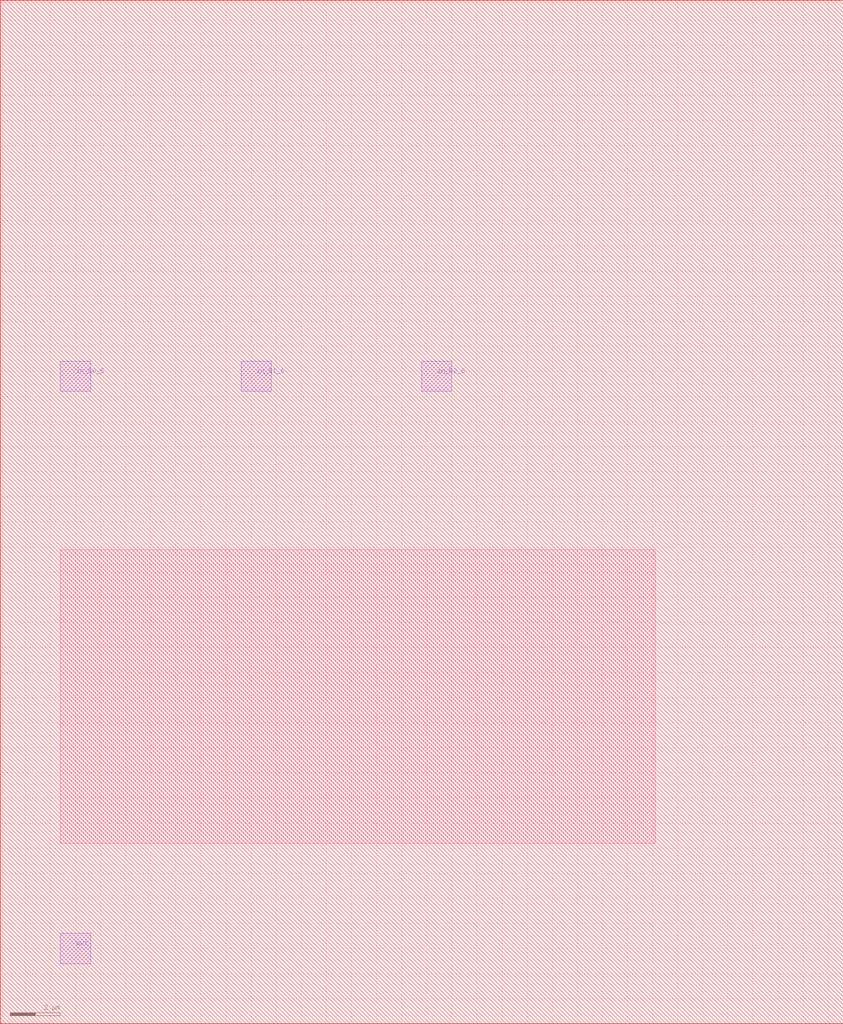
<source format=lef>
VERSION 5.8 ;

BUSBITCHARS "[]" ;

DIVIDERCHAR "/" ;

UNITS
    DATABASE MICRONS 2000 ;
END UNITS

MANUFACTURINGGRID 0.000500 ; 

CLEARANCEMEASURE EUCLIDEAN ; 

USEMINSPACING OBS ON ; 

SITE CoreSite
    CLASS CORE ;
    SIZE 2.400000 BY 2.400000 ;
END CoreSite

LAYER m1
   TYPE ROUTING ;
   DIRECTION HORIZONTAL ;
   MINWIDTH 1.200000 ;
   AREA 0.810000 ;
   WIDTH 1.200000 ;
   SPACING 1.200000 ;
   PITCH 2.400000 2.400000 ;
END m1

LAYER v1
    TYPE CUT ;
    SPACING 0.900000 ;
    WIDTH 0.600000 ;
END v1

LAYER m2
   TYPE ROUTING ;
   DIRECTION VERTICAL ;
   MINWIDTH 1.200000 ;
   AREA 0.810000 ;
   WIDTH 1.200000 ;
   SPACING 1.200000 ;
   PITCH 2.400000 2.400000 ;
END m2

LAYER v2
    TYPE CUT ;
    SPACING 0.900000 ;
    WIDTH 0.600000 ;
END v2

LAYER m3
   TYPE ROUTING ;
   DIRECTION HORIZONTAL ;
   MINWIDTH 1.800000 ;
   AREA 2.250000 ;
   WIDTH 1.800000 ;
   SPACING 1.200000 ;
   PITCH 3.000000 3.000000 ;
END m3


VIA v1_C DEFAULT
   LAYER m1 ;
     RECT -0.600000 -0.600000 0.600000 0.600000 ;
   LAYER v1 ;
     RECT -0.300000 -0.300000 0.300000 0.300000 ;
   LAYER m2 ;
     RECT -0.600000 -0.600000 0.600000 0.600000 ;
END v1_C

VIA v2_C DEFAULT
   LAYER m2 ;
     RECT -0.600000 -0.600000 0.600000 0.600000 ;
   LAYER v2 ;
     RECT -0.300000 -0.300000 0.300000 0.300000 ;
   LAYER m3 ;
     RECT -0.600000 -0.600000 0.600000 0.600000 ;
END v2_C

MACRO _0_0cell_0_0g3x0
    CLASS CORE ;
    FOREIGN _0_0cell_0_0g3x0 0.000000 0.000000 ;
    ORIGIN 0.000000 0.000000 ;
    SIZE 19.200000 BY 26.400000 ;
    SYMMETRY X Y ;
    SITE CoreSite ;
    PIN in_50_6
        DIRECTION INPUT ;
        USE SIGNAL ;
        PORT
        LAYER m2 ;
        RECT 2.400000 20.400000 3.600000 21.600000 ;
        END
    END in_50_6
    PIN in_51_6
        DIRECTION INPUT ;
        USE SIGNAL ;
        PORT
        LAYER m2 ;
        RECT 7.200000 20.400000 8.400000 21.600000 ;
        END
    END in_51_6
    PIN in_52_6
        DIRECTION INPUT ;
        USE SIGNAL ;
        PORT
        LAYER m2 ;
        RECT 12.000000 20.400000 13.200000 21.600000 ;
        END
    END in_52_6
    PIN out
        DIRECTION OUTPUT ;
        USE SIGNAL ;
        PORT
        LAYER m2 ;
        RECT 2.400000 2.400000 3.600000 3.600000 ;
        END
    END out
    OBS
      LAYER m1 ;
         RECT 2.400000 7.200000 12.900000 14.100000 ;
    END
END _0_0cell_0_0g3x0

MACRO _0_0cell_0_0g3x0_plug
    CLASS CORE ;
    FOREIGN _0_0cell_0_0g3x0_plug 0.000000 0.000000 ;
    ORIGIN 0.000000 0.000000 ;
    SIZE 19.200000 BY 36.000000 ;
    SYMMETRY X Y ;
    SITE CoreSite ;
    PIN in_50_6
        DIRECTION INPUT ;
        USE SIGNAL ;
        PORT
        LAYER m2 ;
        RECT 2.400000 20.400000 3.600000 21.600000 ;
        END
    END in_50_6
    PIN in_51_6
        DIRECTION INPUT ;
        USE SIGNAL ;
        PORT
        LAYER m2 ;
        RECT 7.200000 20.400000 8.400000 21.600000 ;
        END
    END in_51_6
    PIN in_52_6
        DIRECTION INPUT ;
        USE SIGNAL ;
        PORT
        LAYER m2 ;
        RECT 12.000000 20.400000 13.200000 21.600000 ;
        END
    END in_52_6
    PIN out
        DIRECTION OUTPUT ;
        USE SIGNAL ;
        PORT
        LAYER m2 ;
        RECT 2.400000 2.400000 3.600000 3.600000 ;
        END
    END out
    OBS
      LAYER m1 ;
         RECT 2.400000 7.200000 12.900000 14.100000 ;
    END
END _0_0cell_0_0g3x0_plug

MACRO _0_0cell_0_0g5x0
    CLASS CORE ;
    FOREIGN _0_0cell_0_0g5x0 0.000000 0.000000 ;
    ORIGIN 0.000000 0.000000 ;
    SIZE 9.600000 BY 26.400000 ;
    SYMMETRY X Y ;
    SITE CoreSite ;
    PIN in_50_6
        DIRECTION INPUT ;
        USE SIGNAL ;
        PORT
        LAYER m2 ;
        RECT 2.400000 20.400000 3.600000 21.600000 ;
        END
    END in_50_6
    PIN in_51_6
        DIRECTION INPUT ;
        USE SIGNAL ;
        PORT
        LAYER m2 ;
        RECT 4.800000 20.400000 6.000000 21.600000 ;
        END
    END in_51_6
    PIN out
        DIRECTION OUTPUT ;
        USE SIGNAL ;
        PORT
        LAYER m2 ;
        RECT 2.400000 2.400000 3.600000 3.600000 ;
        END
    END out
    OBS
      LAYER m1 ;
         RECT 2.400000 7.200000 3.300000 14.100000 ;
    END
END _0_0cell_0_0g5x0

MACRO _0_0cell_0_0g5x0_plug
    CLASS CORE ;
    FOREIGN _0_0cell_0_0g5x0_plug 0.000000 0.000000 ;
    ORIGIN 0.000000 0.000000 ;
    SIZE 9.600000 BY 36.000000 ;
    SYMMETRY X Y ;
    SITE CoreSite ;
    PIN in_50_6
        DIRECTION INPUT ;
        USE SIGNAL ;
        PORT
        LAYER m2 ;
        RECT 2.400000 20.400000 3.600000 21.600000 ;
        END
    END in_50_6
    PIN in_51_6
        DIRECTION INPUT ;
        USE SIGNAL ;
        PORT
        LAYER m2 ;
        RECT 4.800000 20.400000 6.000000 21.600000 ;
        END
    END in_51_6
    PIN out
        DIRECTION OUTPUT ;
        USE SIGNAL ;
        PORT
        LAYER m2 ;
        RECT 2.400000 2.400000 3.600000 3.600000 ;
        END
    END out
    OBS
      LAYER m1 ;
         RECT 2.400000 7.200000 3.300000 14.100000 ;
    END
END _0_0cell_0_0g5x0_plug

MACRO _0_0cell_0_0g0x0
    CLASS CORE ;
    FOREIGN _0_0cell_0_0g0x0 0.000000 0.000000 ;
    ORIGIN 0.000000 0.000000 ;
    SIZE 19.200000 BY 26.400000 ;
    SYMMETRY X Y ;
    SITE CoreSite ;
    PIN in_50_6
        DIRECTION INPUT ;
        USE SIGNAL ;
        PORT
        LAYER m2 ;
        RECT 2.400000 20.400000 3.600000 21.600000 ;
        END
    END in_50_6
    PIN in_51_6
        DIRECTION INPUT ;
        USE SIGNAL ;
        PORT
        LAYER m2 ;
        RECT 7.200000 20.400000 8.400000 21.600000 ;
        END
    END in_51_6
    PIN out
        DIRECTION OUTPUT ;
        USE SIGNAL ;
        PORT
        LAYER m2 ;
        RECT 2.400000 2.400000 3.600000 3.600000 ;
        END
    END out
    OBS
      LAYER m1 ;
         RECT 2.400000 7.200000 11.400000 14.100000 ;
    END
END _0_0cell_0_0g0x0

MACRO _0_0cell_0_0g0x0_plug
    CLASS CORE ;
    FOREIGN _0_0cell_0_0g0x0_plug 0.000000 0.000000 ;
    ORIGIN 0.000000 0.000000 ;
    SIZE 19.200000 BY 36.000000 ;
    SYMMETRY X Y ;
    SITE CoreSite ;
    PIN in_50_6
        DIRECTION INPUT ;
        USE SIGNAL ;
        PORT
        LAYER m2 ;
        RECT 2.400000 20.400000 3.600000 21.600000 ;
        END
    END in_50_6
    PIN in_51_6
        DIRECTION INPUT ;
        USE SIGNAL ;
        PORT
        LAYER m2 ;
        RECT 7.200000 20.400000 8.400000 21.600000 ;
        END
    END in_51_6
    PIN out
        DIRECTION OUTPUT ;
        USE SIGNAL ;
        PORT
        LAYER m2 ;
        RECT 2.400000 2.400000 3.600000 3.600000 ;
        END
    END out
    OBS
      LAYER m1 ;
         RECT 2.400000 7.200000 11.400000 14.100000 ;
    END
END _0_0cell_0_0g0x0_plug

MACRO _0_0cell_0_0g7x0
    CLASS CORE ;
    FOREIGN _0_0cell_0_0g7x0 0.000000 0.000000 ;
    ORIGIN 0.000000 0.000000 ;
    SIZE 9.600000 BY 26.400000 ;
    SYMMETRY X Y ;
    SITE CoreSite ;
    PIN in_50_6
        DIRECTION INPUT ;
        USE SIGNAL ;
        PORT
        LAYER m2 ;
        RECT 2.400000 20.400000 3.600000 21.600000 ;
        END
    END in_50_6
    PIN in_51_6
        DIRECTION INPUT ;
        USE SIGNAL ;
        PORT
        LAYER m2 ;
        RECT 4.800000 20.400000 6.000000 21.600000 ;
        END
    END in_51_6
    PIN out
        DIRECTION OUTPUT ;
        USE SIGNAL ;
        PORT
        LAYER m2 ;
        RECT 2.400000 2.400000 3.600000 3.600000 ;
        END
    END out
    OBS
      LAYER m1 ;
         RECT 2.400000 7.200000 3.300000 14.100000 ;
    END
END _0_0cell_0_0g7x0

MACRO _0_0cell_0_0g7x0_plug
    CLASS CORE ;
    FOREIGN _0_0cell_0_0g7x0_plug 0.000000 0.000000 ;
    ORIGIN 0.000000 0.000000 ;
    SIZE 9.600000 BY 36.000000 ;
    SYMMETRY X Y ;
    SITE CoreSite ;
    PIN in_50_6
        DIRECTION INPUT ;
        USE SIGNAL ;
        PORT
        LAYER m2 ;
        RECT 2.400000 20.400000 3.600000 21.600000 ;
        END
    END in_50_6
    PIN in_51_6
        DIRECTION INPUT ;
        USE SIGNAL ;
        PORT
        LAYER m2 ;
        RECT 4.800000 20.400000 6.000000 21.600000 ;
        END
    END in_51_6
    PIN out
        DIRECTION OUTPUT ;
        USE SIGNAL ;
        PORT
        LAYER m2 ;
        RECT 2.400000 2.400000 3.600000 3.600000 ;
        END
    END out
    OBS
      LAYER m1 ;
         RECT 2.400000 7.200000 3.300000 14.100000 ;
    END
END _0_0cell_0_0g7x0_plug

MACRO _0_0cell_0_0g6x0
    CLASS CORE ;
    FOREIGN _0_0cell_0_0g6x0 0.000000 0.000000 ;
    ORIGIN 0.000000 0.000000 ;
    SIZE 19.200000 BY 33.600000 ;
    SYMMETRY X Y ;
    SITE CoreSite ;
    PIN in_50_6
        DIRECTION INPUT ;
        USE SIGNAL ;
        PORT
        LAYER m2 ;
        RECT 2.400000 27.600000 3.600000 28.800000 ;
        END
    END in_50_6
    PIN in_51_6
        DIRECTION INPUT ;
        USE SIGNAL ;
        PORT
        LAYER m2 ;
        RECT 7.200000 27.600000 8.400000 28.800000 ;
        END
    END in_51_6
    PIN in_52_6
        DIRECTION INPUT ;
        USE SIGNAL ;
        PORT
        LAYER m2 ;
        RECT 12.000000 27.600000 13.200000 28.800000 ;
        END
    END in_52_6
    PIN out
        DIRECTION OUTPUT ;
        USE SIGNAL ;
        PORT
        LAYER m2 ;
        RECT 2.400000 2.400000 3.600000 3.600000 ;
        END
    END out
    OBS
      LAYER m1 ;
         RECT 2.400000 7.200000 12.900000 21.300000 ;
    END
END _0_0cell_0_0g6x0

MACRO _0_0cell_0_0g6x0_plug
    CLASS CORE ;
    FOREIGN _0_0cell_0_0g6x0_plug 0.000000 0.000000 ;
    ORIGIN 0.000000 0.000000 ;
    SIZE 19.200000 BY 43.200000 ;
    SYMMETRY X Y ;
    SITE CoreSite ;
    PIN in_50_6
        DIRECTION INPUT ;
        USE SIGNAL ;
        PORT
        LAYER m2 ;
        RECT 2.400000 27.600000 3.600000 28.800000 ;
        END
    END in_50_6
    PIN in_51_6
        DIRECTION INPUT ;
        USE SIGNAL ;
        PORT
        LAYER m2 ;
        RECT 7.200000 27.600000 8.400000 28.800000 ;
        END
    END in_51_6
    PIN in_52_6
        DIRECTION INPUT ;
        USE SIGNAL ;
        PORT
        LAYER m2 ;
        RECT 12.000000 27.600000 13.200000 28.800000 ;
        END
    END in_52_6
    PIN out
        DIRECTION OUTPUT ;
        USE SIGNAL ;
        PORT
        LAYER m2 ;
        RECT 2.400000 2.400000 3.600000 3.600000 ;
        END
    END out
    OBS
      LAYER m1 ;
         RECT 2.400000 7.200000 12.900000 21.300000 ;
    END
END _0_0cell_0_0g6x0_plug

MACRO _0_0cell_0_0g4x0
    CLASS CORE ;
    FOREIGN _0_0cell_0_0g4x0 0.000000 0.000000 ;
    ORIGIN 0.000000 0.000000 ;
    SIZE 31.200000 BY 31.200000 ;
    SYMMETRY X Y ;
    SITE CoreSite ;
    PIN in_50_6
        DIRECTION INPUT ;
        USE SIGNAL ;
        PORT
        LAYER m2 ;
        RECT 2.400000 25.200000 3.600000 26.400000 ;
        END
    END in_50_6
    PIN in_51_6
        DIRECTION INPUT ;
        USE SIGNAL ;
        PORT
        LAYER m2 ;
        RECT 7.200000 25.200000 8.400000 26.400000 ;
        END
    END in_51_6
    PIN in_52_6
        DIRECTION INPUT ;
        USE SIGNAL ;
        PORT
        LAYER m2 ;
        RECT 12.000000 25.200000 13.200000 26.400000 ;
        END
    END in_52_6
    PIN in_53_6
        DIRECTION INPUT ;
        USE SIGNAL ;
        PORT
        LAYER m2 ;
        RECT 16.800000 25.200000 18.000000 26.400000 ;
        END
    END in_53_6
    PIN out
        DIRECTION OUTPUT ;
        USE SIGNAL ;
        PORT
        LAYER m2 ;
        RECT 2.400000 2.400000 3.600000 3.600000 ;
        END
    END out
    OBS
      LAYER m1 ;
         RECT 2.400000 7.200000 23.700000 18.900000 ;
    END
END _0_0cell_0_0g4x0

MACRO _0_0cell_0_0g4x0_plug
    CLASS CORE ;
    FOREIGN _0_0cell_0_0g4x0_plug 0.000000 0.000000 ;
    ORIGIN 0.000000 0.000000 ;
    SIZE 31.200000 BY 40.800000 ;
    SYMMETRY X Y ;
    SITE CoreSite ;
    PIN in_50_6
        DIRECTION INPUT ;
        USE SIGNAL ;
        PORT
        LAYER m2 ;
        RECT 2.400000 25.200000 3.600000 26.400000 ;
        END
    END in_50_6
    PIN in_51_6
        DIRECTION INPUT ;
        USE SIGNAL ;
        PORT
        LAYER m2 ;
        RECT 7.200000 25.200000 8.400000 26.400000 ;
        END
    END in_51_6
    PIN in_52_6
        DIRECTION INPUT ;
        USE SIGNAL ;
        PORT
        LAYER m2 ;
        RECT 12.000000 25.200000 13.200000 26.400000 ;
        END
    END in_52_6
    PIN in_53_6
        DIRECTION INPUT ;
        USE SIGNAL ;
        PORT
        LAYER m2 ;
        RECT 16.800000 25.200000 18.000000 26.400000 ;
        END
    END in_53_6
    PIN out
        DIRECTION OUTPUT ;
        USE SIGNAL ;
        PORT
        LAYER m2 ;
        RECT 2.400000 2.400000 3.600000 3.600000 ;
        END
    END out
    OBS
      LAYER m1 ;
         RECT 2.400000 7.200000 23.700000 18.900000 ;
    END
END _0_0cell_0_0g4x0_plug

MACRO _0_0cell_0_0g2x0
    CLASS CORE ;
    FOREIGN _0_0cell_0_0g2x0 0.000000 0.000000 ;
    ORIGIN 0.000000 0.000000 ;
    SIZE 33.600000 BY 31.200000 ;
    SYMMETRY X Y ;
    SITE CoreSite ;
    PIN in_50_6
        DIRECTION INPUT ;
        USE SIGNAL ;
        PORT
        LAYER m2 ;
        RECT 2.400000 25.200000 3.600000 26.400000 ;
        END
    END in_50_6
    PIN in_51_6
        DIRECTION INPUT ;
        USE SIGNAL ;
        PORT
        LAYER m2 ;
        RECT 9.600000 25.200000 10.800000 26.400000 ;
        END
    END in_51_6
    PIN in_52_6
        DIRECTION INPUT ;
        USE SIGNAL ;
        PORT
        LAYER m2 ;
        RECT 16.800000 25.200000 18.000000 26.400000 ;
        END
    END in_52_6
    PIN out
        DIRECTION OUTPUT ;
        USE SIGNAL ;
        PORT
        LAYER m2 ;
        RECT 2.400000 2.400000 3.600000 3.600000 ;
        END
    END out
    OBS
      LAYER m1 ;
         RECT 2.400000 7.200000 26.100000 18.900000 ;
    END
END _0_0cell_0_0g2x0

MACRO _0_0cell_0_0g2x0_plug
    CLASS CORE ;
    FOREIGN _0_0cell_0_0g2x0_plug 0.000000 0.000000 ;
    ORIGIN 0.000000 0.000000 ;
    SIZE 33.600000 BY 40.800000 ;
    SYMMETRY X Y ;
    SITE CoreSite ;
    PIN in_50_6
        DIRECTION INPUT ;
        USE SIGNAL ;
        PORT
        LAYER m2 ;
        RECT 2.400000 25.200000 3.600000 26.400000 ;
        END
    END in_50_6
    PIN in_51_6
        DIRECTION INPUT ;
        USE SIGNAL ;
        PORT
        LAYER m2 ;
        RECT 9.600000 25.200000 10.800000 26.400000 ;
        END
    END in_51_6
    PIN in_52_6
        DIRECTION INPUT ;
        USE SIGNAL ;
        PORT
        LAYER m2 ;
        RECT 16.800000 25.200000 18.000000 26.400000 ;
        END
    END in_52_6
    PIN out
        DIRECTION OUTPUT ;
        USE SIGNAL ;
        PORT
        LAYER m2 ;
        RECT 2.400000 2.400000 3.600000 3.600000 ;
        END
    END out
    OBS
      LAYER m1 ;
         RECT 2.400000 7.200000 26.100000 18.900000 ;
    END
END _0_0cell_0_0g2x0_plug

MACRO _0_0cell_0_0g1x0
    CLASS CORE ;
    FOREIGN _0_0cell_0_0g1x0 0.000000 0.000000 ;
    ORIGIN 0.000000 0.000000 ;
    SIZE 7.200000 BY 19.200000 ;
    SYMMETRY X Y ;
    SITE CoreSite ;
    PIN in_50_6
        DIRECTION INPUT ;
        USE SIGNAL ;
        PORT
        LAYER m2 ;
        RECT 2.400000 13.200000 3.600000 14.400000 ;
        END
    END in_50_6
    PIN out
        DIRECTION OUTPUT ;
        USE SIGNAL ;
        PORT
        LAYER m2 ;
        RECT 2.400000 2.400000 3.600000 3.600000 ;
        END
    END out
END _0_0cell_0_0g1x0

MACRO _0_0cell_0_0g1x0_plug
    CLASS CORE ;
    FOREIGN _0_0cell_0_0g1x0_plug 0.000000 0.000000 ;
    ORIGIN 0.000000 0.000000 ;
    SIZE 7.200000 BY 28.800000 ;
    SYMMETRY X Y ;
    SITE CoreSite ;
    PIN in_50_6
        DIRECTION INPUT ;
        USE SIGNAL ;
        PORT
        LAYER m2 ;
        RECT 2.400000 13.200000 3.600000 14.400000 ;
        END
    END in_50_6
    PIN out
        DIRECTION OUTPUT ;
        USE SIGNAL ;
        PORT
        LAYER m2 ;
        RECT 2.400000 2.400000 3.600000 3.600000 ;
        END
    END out
END _0_0cell_0_0g1x0_plug


</source>
